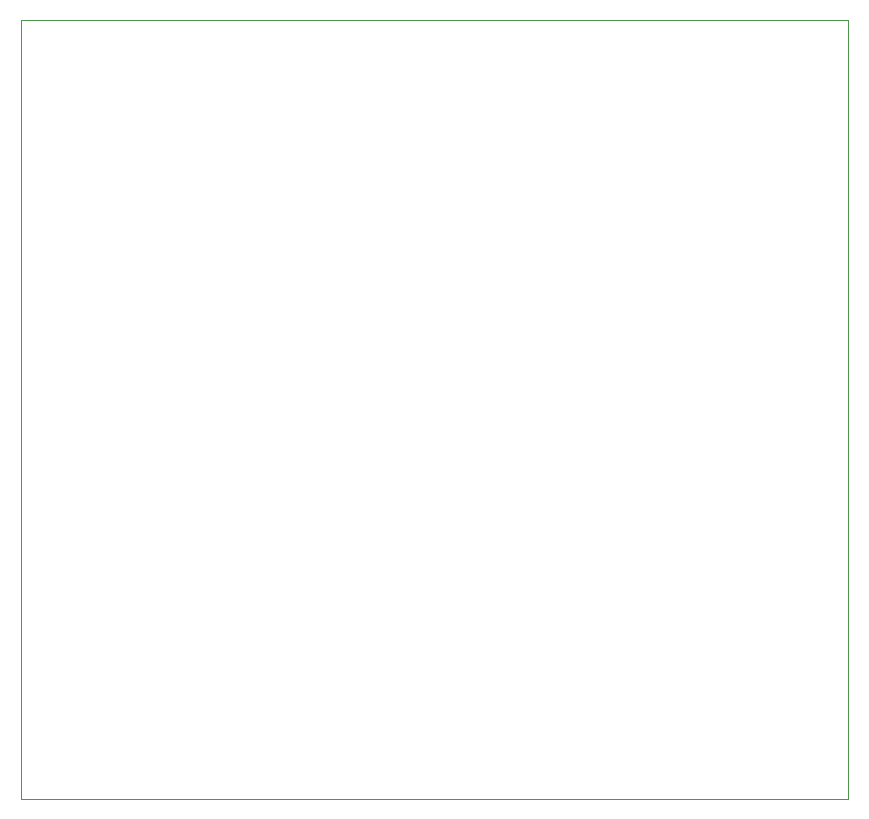
<source format=gbr>
G04 #@! TF.GenerationSoftware,KiCad,Pcbnew,8.0.7*
G04 #@! TF.CreationDate,2024-12-21T14:56:44-05:00*
G04 #@! TF.ProjectId,t41_2_low_power_amplifier,7434315f-325f-46c6-9f77-5f706f776572,rev?*
G04 #@! TF.SameCoordinates,Original*
G04 #@! TF.FileFunction,Profile,NP*
%FSLAX46Y46*%
G04 Gerber Fmt 4.6, Leading zero omitted, Abs format (unit mm)*
G04 Created by KiCad (PCBNEW 8.0.7) date 2024-12-21 14:56:44*
%MOMM*%
%LPD*%
G01*
G04 APERTURE LIST*
G04 #@! TA.AperFunction,Profile*
%ADD10C,0.050000*%
G04 #@! TD*
G04 APERTURE END LIST*
D10*
X100000000Y-50000000D02*
X170050000Y-50000000D01*
X170050000Y-116000000D01*
X100000000Y-116000000D01*
X100000000Y-50000000D01*
M02*

</source>
